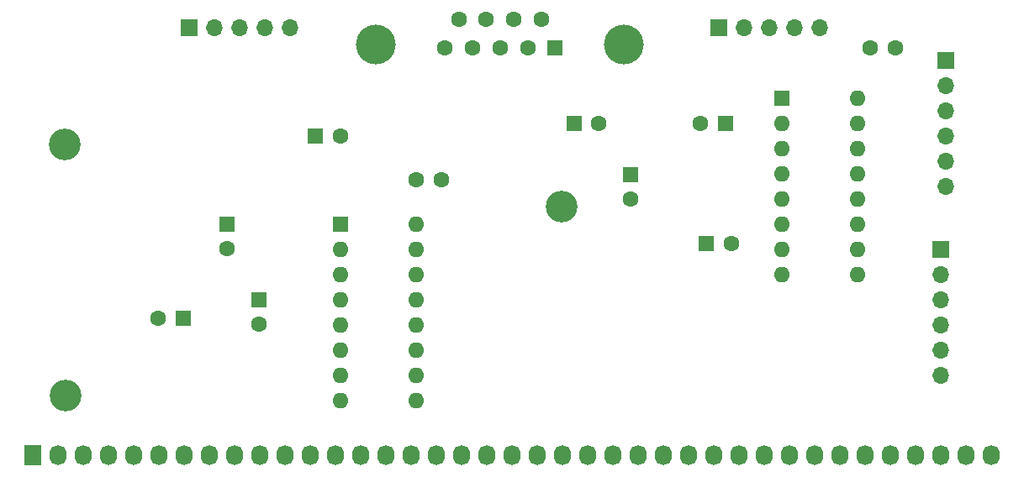
<source format=gts>
%TF.GenerationSoftware,KiCad,Pcbnew,6.0.11-3.fc36*%
%TF.CreationDate,2023-07-24T20:28:09+01:00*%
%TF.ProjectId,max232_conv,6d617832-3332-45f6-936f-6e762e6b6963,0.1a*%
%TF.SameCoordinates,Original*%
%TF.FileFunction,Soldermask,Top*%
%TF.FilePolarity,Negative*%
%FSLAX46Y46*%
G04 Gerber Fmt 4.6, Leading zero omitted, Abs format (unit mm)*
G04 Created by KiCad (PCBNEW 6.0.11-3.fc36) date 2023-07-24 20:28:09*
%MOMM*%
%LPD*%
G01*
G04 APERTURE LIST*
%ADD10C,3.200000*%
%ADD11R,1.727200X2.032000*%
%ADD12O,1.727200X2.032000*%
%ADD13R,1.700000X1.700000*%
%ADD14O,1.700000X1.700000*%
%ADD15R,1.600000X1.600000*%
%ADD16C,1.600000*%
%ADD17C,4.000000*%
%ADD18O,1.600000X1.600000*%
G04 APERTURE END LIST*
D10*
%TO.C,*%
X158927800Y-120243600D03*
%TD*%
D11*
%TO.C,*%
X155702000Y-151612600D03*
D12*
X158242000Y-151612600D03*
X160782000Y-151612600D03*
X163322000Y-151612600D03*
X165862000Y-151612600D03*
X168402000Y-151612600D03*
X170942000Y-151612600D03*
X173482000Y-151612600D03*
X176022000Y-151612600D03*
X178562000Y-151612600D03*
X181102000Y-151612600D03*
X183642000Y-151612600D03*
X186182000Y-151612600D03*
X188722000Y-151612600D03*
X191262000Y-151612600D03*
X193802000Y-151612600D03*
X196342000Y-151612600D03*
X198882000Y-151612600D03*
X201422000Y-151612600D03*
X203962000Y-151612600D03*
X206502000Y-151612600D03*
X209042000Y-151612600D03*
X211582000Y-151612600D03*
X214122000Y-151612600D03*
X216662000Y-151612600D03*
X219202000Y-151612600D03*
X221742000Y-151612600D03*
X224282000Y-151612600D03*
X226822000Y-151612600D03*
X229362000Y-151612600D03*
X231902000Y-151612600D03*
X234442000Y-151612600D03*
X236982000Y-151612600D03*
X239522000Y-151612600D03*
X242062000Y-151612600D03*
X244602000Y-151612600D03*
X247142000Y-151612600D03*
X249682000Y-151612600D03*
X252222000Y-151612600D03*
%TD*%
D13*
%TO.C,J2*%
X224795000Y-108515000D03*
D14*
X227335000Y-108515000D03*
X229875000Y-108515000D03*
X232415000Y-108515000D03*
X234955000Y-108515000D03*
%TD*%
D15*
%TO.C,C4*%
X225425000Y-118110000D03*
D16*
X222925000Y-118110000D03*
%TD*%
%TO.C,C10*%
X240030000Y-110490000D03*
X242530000Y-110490000D03*
%TD*%
D15*
%TO.C,C7*%
X170815000Y-137795000D03*
D16*
X168315000Y-137795000D03*
%TD*%
D15*
%TO.C,C6*%
X178435000Y-135890000D03*
D16*
X178435000Y-138390000D03*
%TD*%
D10*
%TO.C,*%
X158950000Y-145550000D03*
%TD*%
D17*
%TO.C,J5*%
X215240000Y-110190000D03*
X190240000Y-110190000D03*
D15*
X208280000Y-110490000D03*
D16*
X205510000Y-110490000D03*
X202740000Y-110490000D03*
X199970000Y-110490000D03*
X197200000Y-110490000D03*
X206895000Y-107650000D03*
X204125000Y-107650000D03*
X201355000Y-107650000D03*
X198585000Y-107650000D03*
%TD*%
D15*
%TO.C,U1*%
X231150000Y-115560000D03*
D18*
X231150000Y-118100000D03*
X231150000Y-120640000D03*
X231150000Y-123180000D03*
X231150000Y-125720000D03*
X231150000Y-128260000D03*
X231150000Y-130800000D03*
X231150000Y-133340000D03*
X238770000Y-133340000D03*
X238770000Y-130800000D03*
X238770000Y-128260000D03*
X238770000Y-125720000D03*
X238770000Y-123180000D03*
X238770000Y-120640000D03*
X238770000Y-118100000D03*
X238770000Y-115560000D03*
%TD*%
D13*
%TO.C,J4*%
X171455000Y-108515000D03*
D14*
X173995000Y-108515000D03*
X176535000Y-108515000D03*
X179075000Y-108515000D03*
X181615000Y-108515000D03*
%TD*%
D15*
%TO.C,U2*%
X186690000Y-128270000D03*
D18*
X186690000Y-130810000D03*
X186690000Y-133350000D03*
X186690000Y-135890000D03*
X186690000Y-138430000D03*
X186690000Y-140970000D03*
X186690000Y-143510000D03*
X186690000Y-146050000D03*
X194310000Y-146050000D03*
X194310000Y-143510000D03*
X194310000Y-140970000D03*
X194310000Y-138430000D03*
X194310000Y-135890000D03*
X194310000Y-133350000D03*
X194310000Y-130810000D03*
X194310000Y-128270000D03*
%TD*%
D15*
%TO.C,C2*%
X215900000Y-123277621D03*
D16*
X215900000Y-125777621D03*
%TD*%
D13*
%TO.C,J3*%
X247085000Y-130810000D03*
D14*
X247085000Y-133350000D03*
X247085000Y-135890000D03*
X247085000Y-138430000D03*
X247085000Y-140970000D03*
X247085000Y-143510000D03*
%TD*%
D15*
%TO.C,C8*%
X184150000Y-119380000D03*
D16*
X186650000Y-119380000D03*
%TD*%
D15*
%TO.C,C1*%
X210185000Y-118110000D03*
D16*
X212685000Y-118110000D03*
%TD*%
D13*
%TO.C,J1*%
X247650000Y-111760000D03*
D14*
X247650000Y-114300000D03*
X247650000Y-116840000D03*
X247650000Y-119380000D03*
X247650000Y-121920000D03*
X247650000Y-124460000D03*
%TD*%
D10*
%TO.C,*%
X208950000Y-126550000D03*
%TD*%
D15*
%TO.C,C5*%
X175260000Y-128270000D03*
D16*
X175260000Y-130770000D03*
%TD*%
%TO.C,C9*%
X194310000Y-123825000D03*
X196810000Y-123825000D03*
%TD*%
D15*
%TO.C,C3*%
X223517621Y-130200000D03*
D16*
X226017621Y-130200000D03*
%TD*%
M02*

</source>
